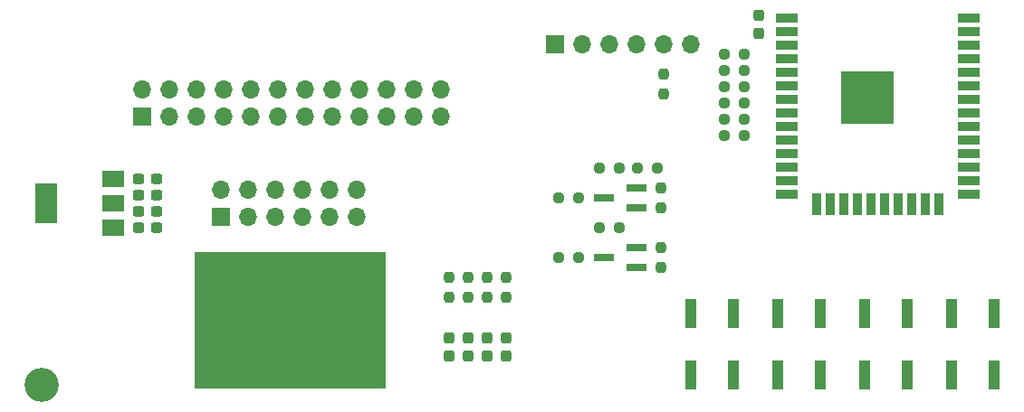
<source format=gbr>
%TF.GenerationSoftware,KiCad,Pcbnew,(5.99.0-9829-g074f0432f0)*%
%TF.CreationDate,2021-07-27T15:24:35+02:00*%
%TF.ProjectId,KM217-WiFi,4b4d3231-372d-4576-9946-692e6b696361,0.0.1*%
%TF.SameCoordinates,Original*%
%TF.FileFunction,Soldermask,Top*%
%TF.FilePolarity,Negative*%
%FSLAX46Y46*%
G04 Gerber Fmt 4.6, Leading zero omitted, Abs format (unit mm)*
G04 Created by KiCad (PCBNEW (5.99.0-9829-g074f0432f0)) date 2021-07-27 15:24:35*
%MOMM*%
%LPD*%
G01*
G04 APERTURE LIST*
G04 Aperture macros list*
%AMRoundRect*
0 Rectangle with rounded corners*
0 $1 Rounding radius*
0 $2 $3 $4 $5 $6 $7 $8 $9 X,Y pos of 4 corners*
0 Add a 4 corners polygon primitive as box body*
4,1,4,$2,$3,$4,$5,$6,$7,$8,$9,$2,$3,0*
0 Add four circle primitives for the rounded corners*
1,1,$1+$1,$2,$3*
1,1,$1+$1,$4,$5*
1,1,$1+$1,$6,$7*
1,1,$1+$1,$8,$9*
0 Add four rect primitives between the rounded corners*
20,1,$1+$1,$2,$3,$4,$5,0*
20,1,$1+$1,$4,$5,$6,$7,0*
20,1,$1+$1,$6,$7,$8,$9,0*
20,1,$1+$1,$8,$9,$2,$3,0*%
G04 Aperture macros list end*
%ADD10C,0.120000*%
%ADD11RoundRect,0.237500X-0.250000X-0.237500X0.250000X-0.237500X0.250000X0.237500X-0.250000X0.237500X0*%
%ADD12R,1.000000X2.750000*%
%ADD13RoundRect,0.237500X-0.300000X-0.237500X0.300000X-0.237500X0.300000X0.237500X-0.300000X0.237500X0*%
%ADD14RoundRect,0.237500X-0.237500X0.287500X-0.237500X-0.287500X0.237500X-0.287500X0.237500X0.287500X0*%
%ADD15C,3.200000*%
%ADD16R,1.900000X0.800000*%
%ADD17RoundRect,0.237500X-0.237500X0.250000X-0.237500X-0.250000X0.237500X-0.250000X0.237500X0.250000X0*%
%ADD18R,1.700000X1.700000*%
%ADD19O,1.700000X1.700000*%
%ADD20RoundRect,0.237500X0.237500X-0.250000X0.237500X0.250000X-0.237500X0.250000X-0.237500X-0.250000X0*%
%ADD21R,2.000000X1.500000*%
%ADD22R,2.000000X3.800000*%
%ADD23RoundRect,0.237500X0.237500X-0.300000X0.237500X0.300000X-0.237500X0.300000X-0.237500X-0.300000X0*%
%ADD24R,2.000000X0.900000*%
%ADD25R,0.900000X2.000000*%
%ADD26R,5.000000X5.000000*%
G04 APERTURE END LIST*
D10*
%TO.C,J1*%
X90510000Y-113538000D02*
X108290000Y-113538000D01*
X108290000Y-113538000D02*
X108290000Y-126238000D01*
X108290000Y-126238000D02*
X90510000Y-126238000D01*
X90510000Y-126238000D02*
X90510000Y-113538000D01*
G36*
X90510000Y-113538000D02*
G01*
X108290000Y-113538000D01*
X108290000Y-126238000D01*
X90510000Y-126238000D01*
X90510000Y-113538000D01*
G37*
%TD*%
D11*
%TO.C,R2*%
X128373500Y-105664000D03*
X130198500Y-105664000D03*
%TD*%
%TO.C,R8*%
X140057500Y-98044000D03*
X141882500Y-98044000D03*
%TD*%
D12*
%TO.C,SW2*%
X140938000Y-125049000D03*
X140938000Y-119299000D03*
X136938000Y-119299000D03*
X136938000Y-125049000D03*
%TD*%
D13*
%TO.C,C5*%
X85243500Y-111252000D03*
X86968500Y-111252000D03*
%TD*%
D14*
%TO.C,D1*%
X114300000Y-121553000D03*
X114300000Y-123303000D03*
%TD*%
D11*
%TO.C,R10*%
X124563500Y-114046000D03*
X126388500Y-114046000D03*
%TD*%
D15*
%TO.C,H1*%
X76200000Y-126000000D03*
%TD*%
D11*
%TO.C,R11*%
X124563500Y-108458000D03*
X126388500Y-108458000D03*
%TD*%
D16*
%TO.C,Q2*%
X131802000Y-109408000D03*
X131802000Y-107508000D03*
X128802000Y-108458000D03*
%TD*%
D17*
%TO.C,R24*%
X116078000Y-115927500D03*
X116078000Y-117752500D03*
%TD*%
D11*
%TO.C,R1*%
X128373500Y-111252000D03*
X130198500Y-111252000D03*
%TD*%
D18*
%TO.C,J2*%
X85598000Y-100838000D03*
D19*
X85598000Y-98298000D03*
X88138000Y-100838000D03*
X88138000Y-98298000D03*
X90678000Y-100838000D03*
X90678000Y-98298000D03*
X93218000Y-100838000D03*
X93218000Y-98298000D03*
X95758000Y-100838000D03*
X95758000Y-98298000D03*
X98298000Y-100838000D03*
X98298000Y-98298000D03*
X100838000Y-100838000D03*
X100838000Y-98298000D03*
X103378000Y-100838000D03*
X103378000Y-98298000D03*
X105918000Y-100838000D03*
X105918000Y-98298000D03*
X108458000Y-100838000D03*
X108458000Y-98298000D03*
X110998000Y-100838000D03*
X110998000Y-98298000D03*
X113538000Y-100838000D03*
X113538000Y-98298000D03*
%TD*%
D16*
%TO.C,Q1*%
X131802000Y-114996000D03*
X131802000Y-113096000D03*
X128802000Y-114046000D03*
%TD*%
D11*
%TO.C,R3*%
X131929500Y-105664000D03*
X133754500Y-105664000D03*
%TD*%
%TO.C,R5*%
X140057500Y-96520000D03*
X141882500Y-96520000D03*
%TD*%
D14*
%TO.C,D4*%
X119634000Y-121553000D03*
X119634000Y-123303000D03*
%TD*%
D20*
%TO.C,R17*%
X134112000Y-114958500D03*
X134112000Y-113133500D03*
%TD*%
D14*
%TO.C,D3*%
X117856000Y-121553000D03*
X117856000Y-123303000D03*
%TD*%
D12*
%TO.C,SW1*%
X149066000Y-125049000D03*
X149066000Y-119299000D03*
X145066000Y-125049000D03*
X145066000Y-119299000D03*
%TD*%
D20*
%TO.C,R18*%
X134112000Y-109370500D03*
X134112000Y-107545500D03*
%TD*%
D17*
%TO.C,R25*%
X117856000Y-115927500D03*
X117856000Y-117752500D03*
%TD*%
D13*
%TO.C,C4*%
X85243500Y-109728000D03*
X86968500Y-109728000D03*
%TD*%
D12*
%TO.C,SW3*%
X165322000Y-119299000D03*
X165322000Y-125049000D03*
X161322000Y-125049000D03*
X161322000Y-119299000D03*
%TD*%
D21*
%TO.C,U2*%
X82906000Y-111266000D03*
D22*
X76606000Y-108966000D03*
D21*
X82906000Y-108966000D03*
X82906000Y-106666000D03*
%TD*%
D11*
%TO.C,R7*%
X140057500Y-102616000D03*
X141882500Y-102616000D03*
%TD*%
D12*
%TO.C,SW4*%
X157194000Y-119299000D03*
X157194000Y-125049000D03*
X153194000Y-125049000D03*
X153194000Y-119299000D03*
%TD*%
D23*
%TO.C,C1*%
X143256000Y-93064500D03*
X143256000Y-91339500D03*
%TD*%
D18*
%TO.C,J3*%
X92964000Y-110241000D03*
D19*
X92964000Y-107701000D03*
X95504000Y-110241000D03*
X95504000Y-107701000D03*
X98044000Y-110241000D03*
X98044000Y-107701000D03*
X100584000Y-110241000D03*
X100584000Y-107701000D03*
X103124000Y-110241000D03*
X103124000Y-107701000D03*
X105664000Y-110241000D03*
X105664000Y-107701000D03*
%TD*%
D11*
%TO.C,R6*%
X140057500Y-101092000D03*
X141882500Y-101092000D03*
%TD*%
D18*
%TO.C,J4*%
X124206000Y-94037000D03*
D19*
X126746000Y-94037000D03*
X129286000Y-94037000D03*
X131826000Y-94037000D03*
X134366000Y-94037000D03*
X136906000Y-94037000D03*
%TD*%
D11*
%TO.C,R9*%
X140057500Y-99568000D03*
X141882500Y-99568000D03*
%TD*%
D14*
%TO.C,D2*%
X116078000Y-121553000D03*
X116078000Y-123303000D03*
%TD*%
D20*
%TO.C,R22*%
X134366000Y-98702500D03*
X134366000Y-96877500D03*
%TD*%
D13*
%TO.C,C2*%
X85243500Y-108204000D03*
X86968500Y-108204000D03*
%TD*%
D11*
%TO.C,R19*%
X140057500Y-94996000D03*
X141882500Y-94996000D03*
%TD*%
D17*
%TO.C,R23*%
X114300000Y-115927500D03*
X114300000Y-117752500D03*
%TD*%
D13*
%TO.C,C3*%
X85243500Y-106680000D03*
X86968500Y-106680000D03*
%TD*%
D24*
%TO.C,U1*%
X145932000Y-91567000D03*
X145932000Y-92837000D03*
X145932000Y-94107000D03*
X145932000Y-95377000D03*
X145932000Y-96647000D03*
X145932000Y-97917000D03*
X145932000Y-99187000D03*
X145932000Y-100457000D03*
X145932000Y-101727000D03*
X145932000Y-102997000D03*
X145932000Y-104267000D03*
X145932000Y-105537000D03*
X145932000Y-106807000D03*
X145932000Y-108077000D03*
D25*
X148717000Y-109077000D03*
X149987000Y-109077000D03*
X151257000Y-109077000D03*
X152527000Y-109077000D03*
X153797000Y-109077000D03*
X155067000Y-109077000D03*
X156337000Y-109077000D03*
X157607000Y-109077000D03*
X158877000Y-109077000D03*
X160147000Y-109077000D03*
D24*
X162932000Y-108077000D03*
X162932000Y-106807000D03*
X162932000Y-105537000D03*
X162932000Y-104267000D03*
X162932000Y-102997000D03*
X162932000Y-101727000D03*
X162932000Y-100457000D03*
X162932000Y-99187000D03*
X162932000Y-97917000D03*
X162932000Y-96647000D03*
X162932000Y-95377000D03*
X162932000Y-94107000D03*
X162932000Y-92837000D03*
X162932000Y-91567000D03*
D26*
X153432000Y-99067000D03*
%TD*%
D17*
%TO.C,R26*%
X119634000Y-115927500D03*
X119634000Y-117752500D03*
%TD*%
M02*

</source>
